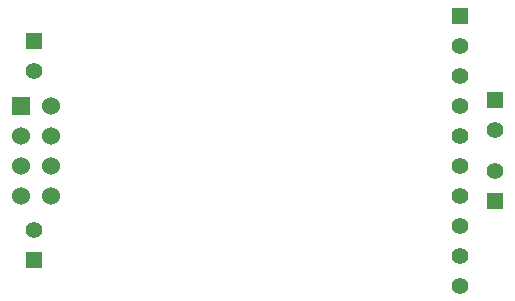
<source format=gbs>
G04 (created by PCBNEW (2013-07-07 BZR 4022)-stable) date 12/08/2015 01:07:20*
%MOIN*%
G04 Gerber Fmt 3.4, Leading zero omitted, Abs format*
%FSLAX34Y34*%
G01*
G70*
G90*
G04 APERTURE LIST*
%ADD10C,0.00590551*%
%ADD11R,0.055X0.055*%
%ADD12C,0.055*%
%ADD13R,0.06X0.06*%
%ADD14C,0.06*%
G04 APERTURE END LIST*
G54D10*
G54D11*
X86692Y-60736D03*
G54D12*
X86692Y-59736D03*
G54D11*
X86692Y-57374D03*
G54D12*
X86692Y-58374D03*
G54D11*
X85551Y-54555D03*
G54D12*
X85551Y-55555D03*
X85551Y-56555D03*
X85551Y-57555D03*
X85551Y-58555D03*
X85551Y-59555D03*
X85551Y-60555D03*
X85551Y-61555D03*
X85551Y-62555D03*
X85551Y-63555D03*
G54D13*
X70917Y-57555D03*
G54D14*
X71917Y-57555D03*
X70917Y-58555D03*
X71917Y-58555D03*
X70917Y-59555D03*
X71917Y-59555D03*
X70917Y-60555D03*
X71917Y-60555D03*
G54D11*
X71338Y-62704D03*
G54D12*
X71338Y-61704D03*
G54D11*
X71338Y-55405D03*
G54D12*
X71338Y-56405D03*
M02*

</source>
